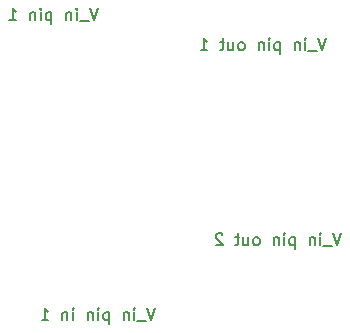
<source format=gbr>
%TF.GenerationSoftware,KiCad,Pcbnew,(5.1.12)-1*%
%TF.CreationDate,2021-11-26T11:14:42+00:00*%
%TF.ProjectId,pepega v.01,70657065-6761-4207-962e-30312e6b6963,rev?*%
%TF.SameCoordinates,Original*%
%TF.FileFunction,Paste,Bot*%
%TF.FilePolarity,Positive*%
%FSLAX46Y46*%
G04 Gerber Fmt 4.6, Leading zero omitted, Abs format (unit mm)*
G04 Created by KiCad (PCBNEW (5.1.12)-1) date 2021-11-26 11:14:42*
%MOMM*%
%LPD*%
G01*
G04 APERTURE LIST*
%ADD10C,0.150000*%
G04 APERTURE END LIST*
D10*
X72667142Y-79462380D02*
X72333809Y-80462380D01*
X72000476Y-79462380D01*
X71905238Y-80557619D02*
X71143333Y-80557619D01*
X70905238Y-80462380D02*
X70905238Y-79795714D01*
X70905238Y-79462380D02*
X70952857Y-79510000D01*
X70905238Y-79557619D01*
X70857619Y-79510000D01*
X70905238Y-79462380D01*
X70905238Y-79557619D01*
X70429047Y-79795714D02*
X70429047Y-80462380D01*
X70429047Y-79890952D02*
X70381428Y-79843333D01*
X70286190Y-79795714D01*
X70143333Y-79795714D01*
X70048095Y-79843333D01*
X70000476Y-79938571D01*
X70000476Y-80462380D01*
X68762380Y-79795714D02*
X68762380Y-80795714D01*
X68762380Y-79843333D02*
X68667142Y-79795714D01*
X68476666Y-79795714D01*
X68381428Y-79843333D01*
X68333809Y-79890952D01*
X68286190Y-79986190D01*
X68286190Y-80271904D01*
X68333809Y-80367142D01*
X68381428Y-80414761D01*
X68476666Y-80462380D01*
X68667142Y-80462380D01*
X68762380Y-80414761D01*
X67857619Y-80462380D02*
X67857619Y-79795714D01*
X67857619Y-79462380D02*
X67905238Y-79510000D01*
X67857619Y-79557619D01*
X67810000Y-79510000D01*
X67857619Y-79462380D01*
X67857619Y-79557619D01*
X67381428Y-79795714D02*
X67381428Y-80462380D01*
X67381428Y-79890952D02*
X67333809Y-79843333D01*
X67238571Y-79795714D01*
X67095714Y-79795714D01*
X67000476Y-79843333D01*
X66952857Y-79938571D01*
X66952857Y-80462380D01*
X65571904Y-80462380D02*
X65667142Y-80414761D01*
X65714761Y-80367142D01*
X65762380Y-80271904D01*
X65762380Y-79986190D01*
X65714761Y-79890952D01*
X65667142Y-79843333D01*
X65571904Y-79795714D01*
X65429047Y-79795714D01*
X65333809Y-79843333D01*
X65286190Y-79890952D01*
X65238571Y-79986190D01*
X65238571Y-80271904D01*
X65286190Y-80367142D01*
X65333809Y-80414761D01*
X65429047Y-80462380D01*
X65571904Y-80462380D01*
X64381428Y-79795714D02*
X64381428Y-80462380D01*
X64810000Y-79795714D02*
X64810000Y-80319523D01*
X64762380Y-80414761D01*
X64667142Y-80462380D01*
X64524285Y-80462380D01*
X64429047Y-80414761D01*
X64381428Y-80367142D01*
X64048095Y-79795714D02*
X63667142Y-79795714D01*
X63905238Y-79462380D02*
X63905238Y-80319523D01*
X63857619Y-80414761D01*
X63762380Y-80462380D01*
X63667142Y-80462380D01*
X62619523Y-79557619D02*
X62571904Y-79510000D01*
X62476666Y-79462380D01*
X62238571Y-79462380D01*
X62143333Y-79510000D01*
X62095714Y-79557619D01*
X62048095Y-79652857D01*
X62048095Y-79748095D01*
X62095714Y-79890952D01*
X62667142Y-80462380D01*
X62048095Y-80462380D01*
X56927142Y-85812380D02*
X56593809Y-86812380D01*
X56260476Y-85812380D01*
X56165238Y-86907619D02*
X55403333Y-86907619D01*
X55165238Y-86812380D02*
X55165238Y-86145714D01*
X55165238Y-85812380D02*
X55212857Y-85860000D01*
X55165238Y-85907619D01*
X55117619Y-85860000D01*
X55165238Y-85812380D01*
X55165238Y-85907619D01*
X54689047Y-86145714D02*
X54689047Y-86812380D01*
X54689047Y-86240952D02*
X54641428Y-86193333D01*
X54546190Y-86145714D01*
X54403333Y-86145714D01*
X54308095Y-86193333D01*
X54260476Y-86288571D01*
X54260476Y-86812380D01*
X53022380Y-86145714D02*
X53022380Y-87145714D01*
X53022380Y-86193333D02*
X52927142Y-86145714D01*
X52736666Y-86145714D01*
X52641428Y-86193333D01*
X52593809Y-86240952D01*
X52546190Y-86336190D01*
X52546190Y-86621904D01*
X52593809Y-86717142D01*
X52641428Y-86764761D01*
X52736666Y-86812380D01*
X52927142Y-86812380D01*
X53022380Y-86764761D01*
X52117619Y-86812380D02*
X52117619Y-86145714D01*
X52117619Y-85812380D02*
X52165238Y-85860000D01*
X52117619Y-85907619D01*
X52070000Y-85860000D01*
X52117619Y-85812380D01*
X52117619Y-85907619D01*
X51641428Y-86145714D02*
X51641428Y-86812380D01*
X51641428Y-86240952D02*
X51593809Y-86193333D01*
X51498571Y-86145714D01*
X51355714Y-86145714D01*
X51260476Y-86193333D01*
X51212857Y-86288571D01*
X51212857Y-86812380D01*
X49974761Y-86812380D02*
X49974761Y-86145714D01*
X49974761Y-85812380D02*
X50022380Y-85860000D01*
X49974761Y-85907619D01*
X49927142Y-85860000D01*
X49974761Y-85812380D01*
X49974761Y-85907619D01*
X49498571Y-86145714D02*
X49498571Y-86812380D01*
X49498571Y-86240952D02*
X49450952Y-86193333D01*
X49355714Y-86145714D01*
X49212857Y-86145714D01*
X49117619Y-86193333D01*
X49070000Y-86288571D01*
X49070000Y-86812380D01*
X47308095Y-86812380D02*
X47879523Y-86812380D01*
X47593809Y-86812380D02*
X47593809Y-85812380D01*
X47689047Y-85955238D01*
X47784285Y-86050476D01*
X47879523Y-86098095D01*
X71397142Y-62952380D02*
X71063809Y-63952380D01*
X70730476Y-62952380D01*
X70635238Y-64047619D02*
X69873333Y-64047619D01*
X69635238Y-63952380D02*
X69635238Y-63285714D01*
X69635238Y-62952380D02*
X69682857Y-63000000D01*
X69635238Y-63047619D01*
X69587619Y-63000000D01*
X69635238Y-62952380D01*
X69635238Y-63047619D01*
X69159047Y-63285714D02*
X69159047Y-63952380D01*
X69159047Y-63380952D02*
X69111428Y-63333333D01*
X69016190Y-63285714D01*
X68873333Y-63285714D01*
X68778095Y-63333333D01*
X68730476Y-63428571D01*
X68730476Y-63952380D01*
X67492380Y-63285714D02*
X67492380Y-64285714D01*
X67492380Y-63333333D02*
X67397142Y-63285714D01*
X67206666Y-63285714D01*
X67111428Y-63333333D01*
X67063809Y-63380952D01*
X67016190Y-63476190D01*
X67016190Y-63761904D01*
X67063809Y-63857142D01*
X67111428Y-63904761D01*
X67206666Y-63952380D01*
X67397142Y-63952380D01*
X67492380Y-63904761D01*
X66587619Y-63952380D02*
X66587619Y-63285714D01*
X66587619Y-62952380D02*
X66635238Y-63000000D01*
X66587619Y-63047619D01*
X66540000Y-63000000D01*
X66587619Y-62952380D01*
X66587619Y-63047619D01*
X66111428Y-63285714D02*
X66111428Y-63952380D01*
X66111428Y-63380952D02*
X66063809Y-63333333D01*
X65968571Y-63285714D01*
X65825714Y-63285714D01*
X65730476Y-63333333D01*
X65682857Y-63428571D01*
X65682857Y-63952380D01*
X64301904Y-63952380D02*
X64397142Y-63904761D01*
X64444761Y-63857142D01*
X64492380Y-63761904D01*
X64492380Y-63476190D01*
X64444761Y-63380952D01*
X64397142Y-63333333D01*
X64301904Y-63285714D01*
X64159047Y-63285714D01*
X64063809Y-63333333D01*
X64016190Y-63380952D01*
X63968571Y-63476190D01*
X63968571Y-63761904D01*
X64016190Y-63857142D01*
X64063809Y-63904761D01*
X64159047Y-63952380D01*
X64301904Y-63952380D01*
X63111428Y-63285714D02*
X63111428Y-63952380D01*
X63540000Y-63285714D02*
X63540000Y-63809523D01*
X63492380Y-63904761D01*
X63397142Y-63952380D01*
X63254285Y-63952380D01*
X63159047Y-63904761D01*
X63111428Y-63857142D01*
X62778095Y-63285714D02*
X62397142Y-63285714D01*
X62635238Y-62952380D02*
X62635238Y-63809523D01*
X62587619Y-63904761D01*
X62492380Y-63952380D01*
X62397142Y-63952380D01*
X60778095Y-63952380D02*
X61349523Y-63952380D01*
X61063809Y-63952380D02*
X61063809Y-62952380D01*
X61159047Y-63095238D01*
X61254285Y-63190476D01*
X61349523Y-63238095D01*
X52045714Y-60412380D02*
X51712380Y-61412380D01*
X51379047Y-60412380D01*
X51283809Y-61507619D02*
X50521904Y-61507619D01*
X50283809Y-61412380D02*
X50283809Y-60745714D01*
X50283809Y-60412380D02*
X50331428Y-60460000D01*
X50283809Y-60507619D01*
X50236190Y-60460000D01*
X50283809Y-60412380D01*
X50283809Y-60507619D01*
X49807619Y-60745714D02*
X49807619Y-61412380D01*
X49807619Y-60840952D02*
X49760000Y-60793333D01*
X49664761Y-60745714D01*
X49521904Y-60745714D01*
X49426666Y-60793333D01*
X49379047Y-60888571D01*
X49379047Y-61412380D01*
X48140952Y-60745714D02*
X48140952Y-61745714D01*
X48140952Y-60793333D02*
X48045714Y-60745714D01*
X47855238Y-60745714D01*
X47760000Y-60793333D01*
X47712380Y-60840952D01*
X47664761Y-60936190D01*
X47664761Y-61221904D01*
X47712380Y-61317142D01*
X47760000Y-61364761D01*
X47855238Y-61412380D01*
X48045714Y-61412380D01*
X48140952Y-61364761D01*
X47236190Y-61412380D02*
X47236190Y-60745714D01*
X47236190Y-60412380D02*
X47283809Y-60460000D01*
X47236190Y-60507619D01*
X47188571Y-60460000D01*
X47236190Y-60412380D01*
X47236190Y-60507619D01*
X46760000Y-60745714D02*
X46760000Y-61412380D01*
X46760000Y-60840952D02*
X46712380Y-60793333D01*
X46617142Y-60745714D01*
X46474285Y-60745714D01*
X46379047Y-60793333D01*
X46331428Y-60888571D01*
X46331428Y-61412380D01*
X44569523Y-61412380D02*
X45140952Y-61412380D01*
X44855238Y-61412380D02*
X44855238Y-60412380D01*
X44950476Y-60555238D01*
X45045714Y-60650476D01*
X45140952Y-60698095D01*
M02*

</source>
